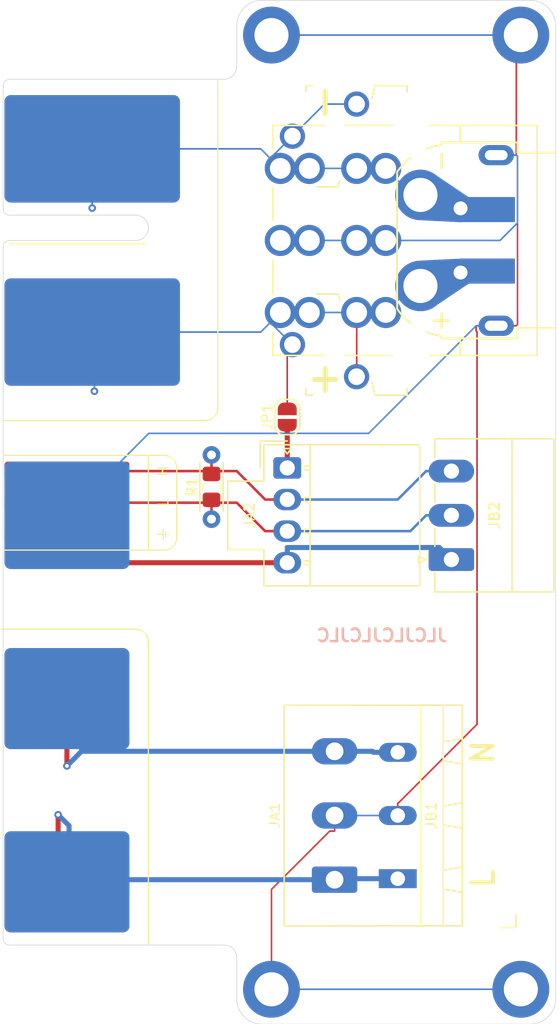
<source format=kicad_pcb>
(kicad_pcb (version 20171130) (host pcbnew "(5.1.12)-1")

  (general
    (thickness 1.6)
    (drawings 34)
    (tracks 119)
    (zones 0)
    (modules 17)
    (nets 10)
  )

  (page USLetter)
  (title_block
    (rev 1)
  )

  (layers
    (0 Front signal)
    (31 Back mixed)
    (34 B.Paste user hide)
    (35 F.Paste user hide)
    (36 B.SilkS user hide)
    (37 F.SilkS user hide)
    (38 B.Mask user hide)
    (39 F.Mask user hide)
    (40 Dwgs.User user hide)
    (42 Eco1.User user hide)
    (43 Eco2.User user hide)
    (44 Edge.Cuts user)
    (45 Margin user hide)
    (46 B.CrtYd user hide)
    (47 F.CrtYd user hide)
    (49 F.Fab user hide)
  )

  (setup
    (last_trace_width 0.127)
    (user_trace_width 0.15)
    (user_trace_width 0.2)
    (user_trace_width 0.4)
    (user_trace_width 0.6)
    (trace_clearance 0.127)
    (zone_clearance 0.2)
    (zone_45_only no)
    (trace_min 0.127)
    (via_size 0.6)
    (via_drill 0.3)
    (via_min_size 0.6)
    (via_min_drill 0.3)
    (user_via 0.6 0.3)
    (user_via 0.8 0.4)
    (user_via 0.9 0.4)
    (uvia_size 0.6858)
    (uvia_drill 0.3302)
    (uvias_allowed no)
    (uvia_min_size 0)
    (uvia_min_drill 0)
    (edge_width 0.05)
    (segment_width 0.254)
    (pcb_text_width 0.3048)
    (pcb_text_size 1.524 1.524)
    (mod_edge_width 0.1524)
    (mod_text_size 0.8128 0.8128)
    (mod_text_width 0.1524)
    (pad_size 2.2 1.7)
    (pad_drill 1.2)
    (pad_to_mask_clearance 0)
    (solder_mask_min_width 0.12)
    (aux_axis_origin 0 0)
    (visible_elements 7FFFFFFF)
    (pcbplotparams
      (layerselection 0x010fc_ffffffff)
      (usegerberextensions false)
      (usegerberattributes false)
      (usegerberadvancedattributes false)
      (creategerberjobfile false)
      (excludeedgelayer true)
      (linewidth 0.152400)
      (plotframeref false)
      (viasonmask false)
      (mode 1)
      (useauxorigin false)
      (hpglpennumber 1)
      (hpglpenspeed 20)
      (hpglpendiameter 15.000000)
      (psnegative false)
      (psa4output false)
      (plotreference true)
      (plotvalue false)
      (plotinvisibletext false)
      (padsonsilk false)
      (subtractmaskfromsilk true)
      (outputformat 1)
      (mirror false)
      (drillshape 0)
      (scaleselection 1)
      (outputdirectory "./gerbers"))
  )

  (net 0 "")
  (net 1 /CAN-)
  (net 2 /CAN+)
  (net 3 GNDD)
  (net 4 Earth)
  (net 5 NEUT)
  (net 6 LINE)
  (net 7 /VBUS+)
  (net 8 /VBUS-)
  (net 9 /VCCD)

  (net_class Default "This is the default net class."
    (clearance 0.127)
    (trace_width 0.127)
    (via_dia 0.6)
    (via_drill 0.3)
    (uvia_dia 0.6858)
    (uvia_drill 0.3302)
    (diff_pair_width 0.1524)
    (diff_pair_gap 0.254)
    (add_net /VBUS+)
    (add_net /VBUS-)
    (add_net /VCCD)
    (add_net Earth)
  )

  (net_class CANBUS ""
    (clearance 0.154)
    (trace_width 0.154)
    (via_dia 0.6)
    (via_drill 0.3)
    (uvia_dia 0.6858)
    (uvia_drill 0.3302)
    (diff_pair_width 0.1524)
    (diff_pair_gap 0.254)
    (add_net /CAN+)
    (add_net /CAN-)
  )

  (net_class PWR_AC ""
    (clearance 1)
    (trace_width 0.4)
    (via_dia 0.6)
    (via_drill 0.3)
    (uvia_dia 0.6858)
    (uvia_drill 0.3302)
    (diff_pair_width 0.1524)
    (diff_pair_gap 0.254)
    (add_net LINE)
    (add_net NEUT)
  )

  (net_class PWR_DC ""
    (clearance 0.5)
    (trace_width 0.2)
    (via_dia 0.6)
    (via_drill 0.3)
    (uvia_dia 0.6858)
    (uvia_drill 0.3302)
    (diff_pair_width 0.1524)
    (diff_pair_gap 0.254)
  )

  (net_class PWR_IO ""
    (clearance 0.154)
    (trace_width 0.4)
    (via_dia 0.6)
    (via_drill 0.3)
    (uvia_dia 0.6858)
    (uvia_drill 0.3302)
    (diff_pair_width 0.1524)
    (diff_pair_gap 0.254)
    (add_net GNDD)
  )

  (module "1 My Footprints:TE_2204529-1" (layer Front) (tedit 603C8C5D) (tstamp 601D0967)
    (at 146.25 69 270)
    (path /6021B7BB)
    (fp_text reference JA3 (at -3.4 3.15 90) (layer F.SilkS) hide
      (effects (font (size 0.8 0.8) (thickness 0.15)))
    )
    (fp_text value "DC OUT" (at 0 -0.45 270) (layer F.Fab)
      (effects (font (size 0.8 0.8) (thickness 0.15)))
    )
    (fp_line (start -9.1 -9.95) (end -7.75 -9.95) (layer F.SilkS) (width 0.127))
    (fp_line (start 7.75 -9.95) (end 9.1 -9.95) (layer F.SilkS) (width 0.127))
    (fp_line (start -9.585 5.85) (end -9.585 -10.2) (layer F.CrtYd) (width 0.05))
    (fp_line (start 9.585 5.85) (end -9.585 5.85) (layer F.CrtYd) (width 0.05))
    (fp_line (start 9.585 -10.2) (end 9.585 5.85) (layer F.CrtYd) (width 0.05))
    (fp_line (start -9.585 -10.2) (end 9.585 -10.2) (layer F.CrtYd) (width 0.05))
    (fp_line (start -9.1 4.95) (end -9.1 -9.95) (layer F.Fab) (width 0.127))
    (fp_line (start 9.1 4.95) (end -9.1 4.95) (layer F.Fab) (width 0.127))
    (fp_line (start 9.1 -9.95) (end 9.1 4.95) (layer F.Fab) (width 0.127))
    (fp_line (start -9.1 -9.95) (end 9.1 -9.95) (layer F.Fab) (width 0.127))
    (pad 1 thru_hole circle (at 5.7 4.3 90) (size 2.46 2.46) (drill 1.64) (layers *.Cu *.Mask)
      (net 7 /VBUS+))
    (pad 3 thru_hole circle (at -5.7 2 90) (size 2.46 2.46) (drill 1.64) (layers *.Cu *.Mask)
      (net 8 /VBUS-))
    (pad "" np_thru_hole circle (at -7.96 0 90) (size 2.75 2.75) (drill 2.75) (layers *.Cu *.Mask))
    (pad 2 thru_hole circle (at 0 4.3 90) (size 2.46 2.46) (drill 1.64) (layers *.Cu *.Mask)
      (net 4 Earth))
    (pad 2 thru_hole circle (at 0 2 90) (size 2.46 2.46) (drill 1.64) (layers *.Cu *.Mask)
      (net 4 Earth))
    (pad 3 thru_hole circle (at -5.7 4.3 90) (size 2.46 2.46) (drill 1.64) (layers *.Cu *.Mask)
      (net 8 /VBUS-))
    (pad 1 thru_hole circle (at 5.7 2 90) (size 2.46 2.46) (drill 1.64) (layers *.Cu *.Mask)
      (net 7 /VBUS+))
    (pad "" np_thru_hole circle (at 7.96 0 90) (size 2.75 2.75) (drill 2.75) (layers *.Cu *.Mask))
  )

  (module SnapEDA-zip:TE_2204535-1 locked (layer Front) (tedit 603C8BDE) (tstamp 6023E5EE)
    (at 152.3 69 90)
    (path /60239773)
    (fp_text reference JB3 (at 3.325 -3.15 90) (layer F.SilkS) hide
      (effects (font (size 1 1) (thickness 0.15)))
    )
    (fp_text value "DC OUT" (at 0 5 90) (layer F.Fab)
      (effects (font (size 1 1) (thickness 0.15)))
    )
    (fp_line (start 9.1 -10.95) (end 9.1 10) (layer F.Fab) (width 0.127))
    (fp_line (start 9.1 10) (end -9.1 10) (layer F.Fab) (width 0.127))
    (fp_line (start -9.1 10) (end -9.1 -10.95) (layer F.Fab) (width 0.127))
    (fp_line (start -9.1 -10.95) (end 9.1 -10.95) (layer F.Fab) (width 0.127))
    (fp_line (start 9.1 -10.95) (end 9.1 -1.5) (layer F.SilkS) (width 0.127))
    (fp_line (start 9.1 1.5) (end 9.1 10) (layer F.SilkS) (width 0.127))
    (fp_line (start 9.1 10) (end -9.1 10) (layer F.SilkS) (width 0.127))
    (fp_line (start -9.1 10) (end -9.1 1.5) (layer F.SilkS) (width 0.127))
    (fp_line (start -9.1 -1.5) (end -9.1 -10.95) (layer F.SilkS) (width 0.127))
    (fp_line (start -9.85 -11.89) (end 9.85 -11.89) (layer F.CrtYd) (width 0.05))
    (fp_line (start 9.85 -11.89) (end 9.85 10.25) (layer F.CrtYd) (width 0.05))
    (fp_line (start 9.85 10.25) (end -9.85 10.25) (layer F.CrtYd) (width 0.05))
    (fp_line (start -9.85 10.25) (end -9.85 -11.89) (layer F.CrtYd) (width 0.05))
    (fp_line (start -9.1 -10.95) (end -7.25 -10.95) (layer F.SilkS) (width 0.127))
    (fp_line (start 7.25 -10.95) (end 9.1 -10.95) (layer F.SilkS) (width 0.127))
    (fp_line (start -4.2 -10.95) (end -1.6 -10.95) (layer F.SilkS) (width 0.127))
    (fp_line (start 1.6 -10.95) (end 4.2 -10.95) (layer F.SilkS) (width 0.127))
    (pad 6 thru_hole circle (at 5.7 -10.35 90) (size 2.46 2.46) (drill 1.64) (layers *.Cu *.Mask)
      (net 8 /VBUS-))
    (pad 5 thru_hole circle (at 0 -10.35 90) (size 2.46 2.46) (drill 1.64) (layers *.Cu *.Mask)
      (net 4 Earth))
    (pad 4 thru_hole circle (at -5.7 -10.35 90) (size 2.46 2.46) (drill 1.64) (layers *.Cu *.Mask)
      (net 7 /VBUS+))
    (pad 3 thru_hole circle (at 5.7 -4.3 90) (size 2.46 2.46) (drill 1.64) (layers *.Cu *.Mask)
      (net 8 /VBUS-))
    (pad 2 thru_hole circle (at 0 -4.3 90) (size 2.46 2.46) (drill 1.64) (layers *.Cu *.Mask)
      (net 4 Earth))
    (pad 1 thru_hole circle (at -5.7 -4.3 90) (size 2.46 2.46) (drill 1.64) (layers *.Cu *.Mask)
      (net 7 /VBUS+))
    (pad "" np_thru_hole circle (at 7.96 0 90) (size 2.75 2.75) (drill 2.75) (layers *.Cu *.Mask))
    (pad "" np_thru_hole circle (at -7.96 0 90) (size 2.75 2.75) (drill 2.75) (layers *.Cu *.Mask))
    (pad 6 thru_hole circle (at 5.7 -8.05 90) (size 2.46 2.46) (drill 1.64) (layers *.Cu *.Mask)
      (net 8 /VBUS-))
    (pad 3 thru_hole circle (at 5.7 -2 90) (size 2.46 2.46) (drill 1.64) (layers *.Cu *.Mask)
      (net 8 /VBUS-))
    (pad 5 thru_hole circle (at 0 -8.05 90) (size 2.46 2.46) (drill 1.64) (layers *.Cu *.Mask)
      (net 4 Earth))
    (pad 2 thru_hole circle (at 0 -2 90) (size 2.46 2.46) (drill 1.64) (layers *.Cu *.Mask)
      (net 4 Earth))
    (pad 4 thru_hole circle (at -5.7 -8.05 90) (size 2.46 2.46) (drill 1.64) (layers *.Cu *.Mask)
      (net 7 /VBUS+))
    (pad 1 thru_hole circle (at -5.7 -2 90) (size 2.46 2.46) (drill 1.64) (layers *.Cu *.Mask)
      (net 7 /VBUS+))
    (model ${KIPRJMOD}/shapes3D/TE_2204535-1.stp
      (offset (xyz 0 -9.949999999999999 10.7))
      (scale (xyz 1 1 1))
      (rotate (xyz -90 0 0))
    )
  )

  (module "1 My Footprints:Connector_Keystone_4912_Overlaid" locked (layer Front) (tedit 603C8BCB) (tstamp 603D0EF5)
    (at 145.45 60.75 90)
    (path /603CC6BA)
    (fp_text reference T2 (at -3.175 -2.54 270) (layer F.Fab)
      (effects (font (size 1 1) (thickness 0.15)))
    )
    (fp_text value "Keystone 4912" (at 0 5.715 90) (layer F.Fab)
      (effects (font (size 0.6 0.6) (thickness 0.05)))
    )
    (fp_line (start 4.0005 4.0005) (end 2.9845 3.7465) (layer F.SilkS) (width 0.12))
    (fp_line (start -4.0005 1.0795) (end -3.4925 1.2065) (layer F.SilkS) (width 0.12))
    (fp_line (start -4.0005 1.0795) (end -4.0005 -0.635) (layer F.SilkS) (width 0.12))
    (fp_line (start -4.0005 6.5405) (end -3.175 6.5405) (layer F.Fab) (width 0.12))
    (fp_line (start 4.0005 6.5405) (end 3.175 6.5405) (layer F.Fab) (width 0.12))
    (fp_line (start 3.556 -1.4605) (end 4.0005 -1.4605) (layer F.SilkS) (width 0.12))
    (fp_line (start 4.0005 -0.9525) (end 4.0005 -1.4605) (layer F.SilkS) (width 0.12))
    (fp_line (start -4.0005 -1.4605) (end -4.0005 1.0795) (layer F.Fab) (width 0.12))
    (fp_line (start 4.0005 6.5405) (end 4.0005 4.0005) (layer F.Fab) (width 0.12))
    (fp_line (start -4.0005 6.5405) (end -4.0005 4.0005) (layer F.Fab) (width 0.12))
    (fp_line (start -2.54 10.795) (end -3.175 10.4775) (layer F.Fab) (width 0.12))
    (fp_line (start 2.54 10.795) (end -2.54 10.795) (layer F.Fab) (width 0.12))
    (fp_line (start 3.175 10.4775) (end 2.54 10.795) (layer F.Fab) (width 0.12))
    (fp_line (start -3.175 6.5405) (end -3.175 10.4775) (layer F.Fab) (width 0.12))
    (fp_line (start 3.175 6.5405) (end 3.175 10.4775) (layer F.Fab) (width 0.12))
    (fp_line (start 4.0005 6.5405) (end 3.4925 6.5405) (layer F.SilkS) (width 0.12))
    (fp_line (start 4.0005 4.0005) (end 2.7305 3.683) (layer F.Fab) (width 0.12))
    (fp_line (start 4.0005 6.5405) (end 4.0005 4.0005) (layer F.SilkS) (width 0.12))
    (fp_line (start 4.0005 -1.4605) (end 4.0005 1.0795) (layer F.Fab) (width 0.12))
    (fp_line (start 4.0005 1.0795) (end 2.7305 1.397) (layer F.Fab) (width 0.12))
    (fp_line (start -4.0005 4.0005) (end -2.7305 3.683) (layer F.Fab) (width 0.12))
    (fp_line (start -4.0005 1.0795) (end -2.7305 1.397) (layer F.Fab) (width 0.12))
    (fp_line (start 4.0005 -1.4605) (end 0.5715 -1.4605) (layer F.Fab) (width 0.12))
    (fp_line (start -4.0005 -1.4605) (end -0.5715 -1.4605) (layer F.Fab) (width 0.12))
    (pad 1 thru_hole circle (at 2.54 2.54 90) (size 2 2) (drill 1.32) (layers *.Cu *.Mask)
      (net 8 /VBUS-))
    (pad 1 thru_hole circle (at 0 -2.54 90) (size 2 2) (drill 1.32) (layers *.Cu *.Mask)
      (net 8 /VBUS-))
  )

  (module "1 My Footprints:Connector_Keystone_4912_Overlaid" locked (layer Front) (tedit 603C8B9E) (tstamp 603D0ED1)
    (at 145.45 77.24 90)
    (path /603CA6F8)
    (fp_text reference T1 (at -3.175 -2.54 270) (layer F.Fab)
      (effects (font (size 1 1) (thickness 0.15)))
    )
    (fp_text value "Keystone 4912" (at 0 5.715 90) (layer F.Fab)
      (effects (font (size 1 1) (thickness 0.15)))
    )
    (fp_line (start -4.0005 4.0005) (end -4.0005 6.5405) (layer F.SilkS) (width 0.12))
    (fp_line (start -2.9845 3.7465) (end -4.0005 4.0005) (layer F.SilkS) (width 0.12))
    (fp_line (start 4.0005 1.0795) (end 4.0005 -0.635) (layer F.SilkS) (width 0.12))
    (fp_line (start 3.4925 1.2065) (end 4.0005 1.0795) (layer F.SilkS) (width 0.12))
    (fp_line (start -4.0005 6.5405) (end -3.175 6.5405) (layer F.Fab) (width 0.12))
    (fp_line (start 4.0005 6.5405) (end 3.175 6.5405) (layer F.Fab) (width 0.12))
    (fp_line (start -3.4925 -1.4605) (end -4.0005 -1.4605) (layer F.SilkS) (width 0.12))
    (fp_line (start -4.0005 -1.4605) (end -4.0005 1.0795) (layer F.Fab) (width 0.12))
    (fp_line (start 4.0005 6.5405) (end 4.0005 4.0005) (layer F.Fab) (width 0.12))
    (fp_line (start -4.0005 6.5405) (end -4.0005 4.0005) (layer F.Fab) (width 0.12))
    (fp_line (start -2.54 10.795) (end -3.175 10.4775) (layer F.Fab) (width 0.12))
    (fp_line (start 2.54 10.795) (end -2.54 10.795) (layer F.Fab) (width 0.12))
    (fp_line (start 3.175 10.4775) (end 2.54 10.795) (layer F.Fab) (width 0.12))
    (fp_line (start -3.175 6.5405) (end -3.175 10.4775) (layer F.Fab) (width 0.12))
    (fp_line (start 3.175 6.5405) (end 3.175 10.4775) (layer F.Fab) (width 0.12))
    (fp_line (start -4.0005 6.5405) (end -3.4925 6.5405) (layer F.SilkS) (width 0.12))
    (fp_line (start 4.0005 4.0005) (end 2.7305 3.683) (layer F.Fab) (width 0.12))
    (fp_line (start 4.0005 -1.4605) (end 4.0005 1.0795) (layer F.Fab) (width 0.12))
    (fp_line (start 4.0005 1.0795) (end 2.7305 1.397) (layer F.Fab) (width 0.12))
    (fp_line (start -4.0005 4.0005) (end -2.7305 3.683) (layer F.Fab) (width 0.12))
    (fp_line (start -4.0005 1.0795) (end -2.7305 1.397) (layer F.Fab) (width 0.12))
    (fp_line (start 4.0005 -1.4605) (end 0.5715 -1.4605) (layer F.Fab) (width 0.12))
    (fp_line (start -4.0005 -1.4605) (end -4.0005 -0.9525) (layer F.SilkS) (width 0.12))
    (fp_line (start -4.0005 -1.4605) (end -0.5715 -1.4605) (layer F.Fab) (width 0.12))
    (pad 1 thru_hole circle (at -2.54 2.54 90) (size 2 2) (drill 1.32) (layers *.Cu *.Mask)
      (net 7 /VBUS+))
    (pad 1 thru_hole circle (at 0 -2.54 90) (size 2 2) (drill 1.32) (layers *.Cu *.Mask)
      (net 7 /VBUS+))
  )

  (module Resistor_THT:R_Axial_DIN0204_L3.6mm_D1.6mm_P5.08mm_Horizontal (layer Front) (tedit 5AE5139B) (tstamp 603A247D)
    (at 136.5 91.05 90)
    (descr "Resistor, Axial_DIN0204 series, Axial, Horizontal, pin pitch=5.08mm, 0.167W, length*diameter=3.6*1.6mm^2, http://cdn-reichelt.de/documents/datenblatt/B400/1_4W%23YAG.pdf")
    (tags "Resistor Axial_DIN0204 series Axial Horizontal pin pitch 5.08mm 0.167W length 3.6mm diameter 1.6mm")
    (path /603A2D6D)
    (fp_text reference R2 (at 2.54 -1.92 90) (layer F.SilkS) hide
      (effects (font (size 1 1) (thickness 0.15)))
    )
    (fp_text value 120R (at 2.54 1.92 90) (layer F.Fab)
      (effects (font (size 1 1) (thickness 0.15)))
    )
    (fp_line (start 0.74 -0.8) (end 0.74 0.8) (layer F.Fab) (width 0.1))
    (fp_line (start 0.74 0.8) (end 4.34 0.8) (layer F.Fab) (width 0.1))
    (fp_line (start 4.34 0.8) (end 4.34 -0.8) (layer F.Fab) (width 0.1))
    (fp_line (start 4.34 -0.8) (end 0.74 -0.8) (layer F.Fab) (width 0.1))
    (fp_line (start 0 0) (end 0.74 0) (layer F.Fab) (width 0.1))
    (fp_line (start 5.08 0) (end 4.34 0) (layer F.Fab) (width 0.1))
    (fp_line (start 0.62 -0.92) (end 4.46 -0.92) (layer F.SilkS) (width 0.12))
    (fp_line (start 0.62 0.92) (end 4.46 0.92) (layer F.SilkS) (width 0.12))
    (fp_line (start -0.95 -1.05) (end -0.95 1.05) (layer F.CrtYd) (width 0.05))
    (fp_line (start -0.95 1.05) (end 6.03 1.05) (layer F.CrtYd) (width 0.05))
    (fp_line (start 6.03 1.05) (end 6.03 -1.05) (layer F.CrtYd) (width 0.05))
    (fp_line (start 6.03 -1.05) (end -0.95 -1.05) (layer F.CrtYd) (width 0.05))
    (fp_text user %R (at 2.54 0 90) (layer F.Fab)
      (effects (font (size 0.72 0.72) (thickness 0.108)))
    )
    (pad 2 thru_hole oval (at 5.08 0 90) (size 1.4 1.4) (drill 0.7) (layers *.Cu *.Mask)
      (net 2 /CAN+))
    (pad 1 thru_hole circle (at 0 0 90) (size 1.4 1.4) (drill 0.7) (layers *.Cu *.Mask)
      (net 1 /CAN-))
    (model ${KIPRJMOD}/shapes3D/R_Axial_DIN0204_L3.6mm_D1.6mm_P5.08mm_Horizontal.wrl
      (at (xyz 0 0 0))
      (scale (xyz 1 1 1))
      (rotate (xyz 0 0 0))
    )
  )

  (module EltekFlatpack2:CON_Edge_Flatpack2_AllContacts locked (layer Front) (tedit 6023AC13) (tstamp 600F9B37)
    (at 120 56.25)
    (path /449C7C68)
    (fp_text reference PC1 (at 6 13.75) (layer F.SilkS) hide
      (effects (font (size 0.8 0.8) (thickness 0.12)))
    )
    (fp_text value Flatpack2 (at 6 14.75) (layer F.Fab)
      (effects (font (size 0.8 0.8) (thickness 0.12)))
    )
    (fp_line (start 11.25 13) (end 0.5 13) (layer F.SilkS) (width 0.12))
    (fp_line (start 12.875 36.2) (end 12.875 35.8) (layer F.SilkS) (width 0.1))
    (fp_line (start 13.075 36.025) (end 13.075 35.975) (layer F.SilkS) (width 0.1))
    (fp_line (start 12.675 36.4) (end 12.675 35.6) (layer F.SilkS) (width 0.1))
    (fp_line (start 12.2 36) (end 12.675 36) (layer F.SilkS) (width 0.1))
    (fp_line (start 11.5 37.25) (end 11.5 29.75) (layer F.SilkS) (width 0.1))
    (fp_line (start -0.15 43.5) (end 10.5 43.5) (layer F.SilkS) (width 0.1))
    (fp_line (start 16.5 -1.5) (end 0 -1.5) (layer F.Fab) (width 0.05))
    (fp_line (start 11 26.5) (end 11 70) (layer F.Fab) (width 0.05))
    (fp_line (start 11 26.5) (end 16.5 26.5) (layer F.Fab) (width 0.05))
    (fp_line (start 16.5 -1.5) (end 16.5 26.5) (layer F.Fab) (width 0.05))
    (fp_line (start 0 70) (end 11 70) (layer F.Fab) (width 0.05))
    (fp_line (start 11.5 68.4) (end 11.5 44.5) (layer F.SilkS) (width 0.1))
    (fp_line (start 0.5 68.5) (end 17.5 68.5) (layer Edge.Cuts) (width 0.05))
    (fp_line (start 0.5 0) (end 17.5 0) (layer Edge.Cuts) (width 0.05))
    (fp_line (start 0.5 12.75) (end 10.5 12.75) (layer Edge.Cuts) (width 0.05))
    (fp_line (start 10.5 10.75) (end 0.5 10.75) (layer Edge.Cuts) (width 0.05))
    (fp_line (start 0 10.25) (end 0 0.5) (layer Edge.Cuts) (width 0.05))
    (fp_line (start 0 13.25) (end 0 68) (layer Edge.Cuts) (width 0.05))
    (fp_line (start 16 27) (end 0.1 27) (layer F.SilkS) (width 0.1))
    (fp_line (start 17 26) (end 17 0.1) (layer F.SilkS) (width 0.1))
    (fp_line (start 0.1 29.75) (end 12.75 29.75) (layer F.SilkS) (width 0.1))
    (fp_line (start 0.5 0) (end 17.5 0) (layer F.CrtYd) (width 0.05))
    (fp_line (start 0.5 68.5) (end 12 68.5) (layer F.CrtYd) (width 0.05))
    (fp_line (start 0.00492 15.5078) (end 0 0.5) (layer F.CrtYd) (width 0.05))
    (fp_line (start 0.00492 15.5078) (end 0 68) (layer F.CrtYd) (width 0.05))
    (fp_line (start 12 68.5) (end 12 27.5) (layer F.CrtYd) (width 0.05))
    (fp_line (start 17.5 27.5) (end 12 27.5) (layer F.CrtYd) (width 0.05))
    (fp_line (start 17.5 0) (end 17.5 27.5) (layer F.CrtYd) (width 0.05))
    (fp_line (start 0.1 37.25) (end 12.75 37.25) (layer F.SilkS) (width 0.1))
    (fp_line (start 13.75 30.75) (end 13.75 36.25) (layer F.SilkS) (width 0.1))
    (fp_text user L (at 12.675 33.5 90 unlocked) (layer F.SilkS)
      (effects (font (size 0.8 0.8) (thickness 0.12)))
    )
    (fp_text user H (at 12.675 31 90 unlocked) (layer F.SilkS)
      (effects (font (size 0.8 0.8) (thickness 0.12)))
    )
    (fp_arc (start 10.5 11.75) (end 10.5 12.75) (angle -180) (layer Edge.Cuts) (width 0.05))
    (fp_arc (start 0.5 13.25) (end 0.5 12.75) (angle -90) (layer Edge.Cuts) (width 0.05))
    (fp_arc (start 0.5 0.5) (end 0.5 0) (angle -90) (layer Edge.Cuts) (width 0.05))
    (fp_arc (start 0.5 10.25) (end 0 10.25) (angle -90) (layer Edge.Cuts) (width 0.05))
    (fp_arc (start 0.5 68) (end 0 68) (angle -90) (layer Edge.Cuts) (width 0.05))
    (fp_arc (start 0.5 68) (end 0 68) (angle -90) (layer F.CrtYd) (width 0.05))
    (fp_arc (start 0.5 0.5) (end 0.5 0) (angle -90) (layer F.CrtYd) (width 0.05))
    (fp_arc (start 16 26) (end 16 27) (angle -90) (layer F.SilkS) (width 0.1))
    (fp_arc (start 12.75 30.75) (end 13.75 30.75) (angle -90) (layer F.SilkS) (width 0.1))
    (fp_arc (start 12.75 36.25) (end 12.75 37.25) (angle -90) (layer F.SilkS) (width 0.1))
    (fp_arc (start 10.5 44.5) (end 11.5 44.5) (angle -90) (layer F.SilkS) (width 0.1))
    (pad CAN-L smd roundrect (at 5.05 33.5) (size 9.9 1.5) (layers Front F.Mask) (roundrect_rratio 0.167)
      (net 1 /CAN-) (solder_mask_margin 0.1016))
    (pad CAN-H smd roundrect (at 5.05 31) (size 9.9 1.5) (layers Front F.Mask) (roundrect_rratio 0.167)
      (net 2 /CAN+) (solder_mask_margin 0.1016))
    (pad DC-NEG smd roundrect (at 7.05 5.5) (size 13.9 8.5) (layers Front F.Mask) (roundrect_rratio 0.059)
      (net 8 /VBUS-) (solder_mask_margin 0.1016))
    (pad AC-E smd roundrect (at 5.05 34.5) (size 9.9 8.5) (layers Back B.Mask) (roundrect_rratio 0.059)
      (net 4 Earth) (solder_mask_margin 0.1016))
    (pad DC-POS smd roundrect (at 7.05 20) (size 13.9 8.5) (layers Front F.Mask) (roundrect_rratio 0.059)
      (net 7 /VBUS+) (solder_mask_margin 0.1016))
    (pad GNDD smd roundrect (at 5.05 36) (size 9.9 1.5) (layers Front F.Mask) (roundrect_rratio 0.167)
      (net 3 GNDD) (solder_mask_margin 0.1016))
    (pad AC-L smd roundrect (at 5.05 63.5) (size 9.9 8) (layers Front F.Mask) (roundrect_rratio 0.062)
      (net 6 LINE) (solder_mask_margin 0.1016))
    (pad AC-N smd roundrect (at 5.05 49) (size 9.9 8) (layers Front F.Mask) (roundrect_rratio 0.062)
      (net 5 NEUT) (solder_mask_margin 0.1016))
    (pad AC-L smd roundrect (at 5.05 63.5) (size 9.9 8) (layers Back B.Mask) (roundrect_rratio 0.062)
      (net 6 LINE) (solder_mask_margin 0.1016))
    (pad AC-N smd roundrect (at 5.05 49) (size 9.9 8) (layers Back B.Mask) (roundrect_rratio 0.062)
      (net 5 NEUT) (solder_mask_margin 0.1016))
    (pad DC-NEG smd roundrect (at 5.05 5.5) (size 9.9 8.5) (layers Back B.Mask) (roundrect_rratio 0.059)
      (net 8 /VBUS-) (solder_mask_margin 0.1016))
    (pad DC-POS smd roundrect (at 5.05 20) (size 9.9 8.5) (layers Back B.Mask) (roundrect_rratio 0.059)
      (net 7 /VBUS+) (solder_mask_margin 0.1016))
    (pad DC-NEG smd roundrect (at 11.5 5.5) (size 5 8.5) (layers Back) (roundrect_rratio 0.1)
      (net 8 /VBUS-) (solder_mask_margin 0.1016))
    (pad DC-POS smd roundrect (at 11.5 20) (size 5 8.5) (layers Back) (roundrect_rratio 0.1)
      (net 7 /VBUS+) (solder_mask_margin 0.1016))
  )

  (module "1 My Footprints:Molex_Nano-Fit_105309-xx04_1x04_P2.50mm_Combi_3D-V" (layer Front) (tedit 6023867E) (tstamp 601DBC79)
    (at 142.5 87)
    (descr "Molex Nano-Fit Power Connectors, 105309-xx04, 4 Pins per row (http://www.molex.com/pdm_docs/sd/1053091203_sd.pdf), generated with kicad-footprint-generator")
    (tags "connector Molex Nano-Fit side entry")
    (path /600E8541)
    (fp_text reference JA2 (at -3 3.75 90) (layer F.SilkS)
      (effects (font (size 0.8 0.8) (thickness 0.12)))
    )
    (fp_text value CTRL (at 0 10.42) (layer F.Fab)
      (effects (font (size 1 1) (thickness 0.15)))
    )
    (fp_line (start 1.74 3.75) (end 1.74 -1.72) (layer F.Fab) (width 0.1))
    (fp_line (start 1.74 -1.72) (end -1.74 -1.72) (layer F.Fab) (width 0.1))
    (fp_line (start -1.74 -1.72) (end -1.74 1.15) (layer F.Fab) (width 0.1))
    (fp_line (start -1.74 1.15) (end -4.6 1.15) (layer F.Fab) (width 0.1))
    (fp_line (start -4.6 1.15) (end -4.6 3.75) (layer F.Fab) (width 0.1))
    (fp_line (start 1.74 3.75) (end 1.74 9.22) (layer F.Fab) (width 0.1))
    (fp_line (start 1.74 9.22) (end -1.74 9.22) (layer F.Fab) (width 0.1))
    (fp_line (start -1.74 9.22) (end -1.74 6.35) (layer F.Fab) (width 0.1))
    (fp_line (start -1.74 6.35) (end -4.6 6.35) (layer F.Fab) (width 0.1))
    (fp_line (start -4.6 6.35) (end -4.6 3.75) (layer F.Fab) (width 0.1))
    (fp_line (start 1.85 -1.83) (end -1.85 -1.83) (layer F.SilkS) (width 0.12))
    (fp_line (start -1.85 -1.83) (end -1.85 1.04) (layer F.SilkS) (width 0.12))
    (fp_line (start -1.85 1.04) (end -4.71 1.04) (layer F.SilkS) (width 0.12))
    (fp_line (start -4.71 1.04) (end -4.71 3.75) (layer F.SilkS) (width 0.12))
    (fp_line (start 1.85 9.33) (end -1.85 9.33) (layer F.SilkS) (width 0.12))
    (fp_line (start -1.85 9.33) (end -1.85 6.46) (layer F.SilkS) (width 0.12))
    (fp_line (start -1.85 6.46) (end -4.71 6.46) (layer F.SilkS) (width 0.12))
    (fp_line (start -4.71 6.46) (end -4.71 3.75) (layer F.SilkS) (width 0.12))
    (fp_line (start -2.24 -2.22) (end -2.24 0.65) (layer F.CrtYd) (width 0.05))
    (fp_line (start -2.24 0.65) (end -5.1 0.65) (layer F.CrtYd) (width 0.05))
    (fp_line (start -5.1 0.65) (end -5.1 3.75) (layer F.CrtYd) (width 0.05))
    (fp_line (start -2.24 9.72) (end -2.24 6.85) (layer F.CrtYd) (width 0.05))
    (fp_line (start -2.24 6.85) (end -5.1 6.85) (layer F.CrtYd) (width 0.05))
    (fp_line (start -5.1 6.85) (end -5.1 3.75) (layer F.CrtYd) (width 0.05))
    (fp_line (start -4.1 1.65) (end -4.1 5.85) (layer F.Fab) (width 0.1))
    (fp_line (start -4.1 5.85) (end -2.02 5.85) (layer F.Fab) (width 0.1))
    (fp_line (start -2.02 5.85) (end -2.02 1.65) (layer F.Fab) (width 0.1))
    (fp_line (start -2.02 1.65) (end -4.1 1.65) (layer F.Fab) (width 0.1))
    (fp_line (start 0 -2.13) (end -2.15 -2.13) (layer F.SilkS) (width 0.12))
    (fp_line (start -2.15 -2.13) (end -2.15 0) (layer F.SilkS) (width 0.12))
    (fp_line (start -0.5 -1.72) (end 0 -1.012893) (layer F.Fab) (width 0.1))
    (fp_line (start 0 -1.012893) (end 0.5 -1.72) (layer F.Fab) (width 0.1))
    (fp_line (start 10.88 9.72) (end 10.88 -2.22) (layer F.CrtYd) (width 0.05))
    (fp_line (start 1.81 7.35) (end 1.36 7.35) (layer F.SilkS) (width 0.12))
    (fp_line (start 1.81 2.65) (end 1.81 2.35) (layer F.SilkS) (width 0.12))
    (fp_line (start 1.36 0.15) (end 1.81 0.15) (layer F.SilkS) (width 0.12))
    (fp_line (start 10.49 9.33) (end 10.49 -1.83) (layer F.SilkS) (width 0.12))
    (fp_line (start -0.3 -1.534264) (end 0 -1.11) (layer F.SilkS) (width 0.12))
    (fp_line (start 1.81 9.33) (end 10.49 9.33) (layer F.SilkS) (width 0.12))
    (fp_line (start 10.38 9.22) (end 10.38 -1.72) (layer F.Fab) (width 0.1))
    (fp_line (start 0.3 -1.534264) (end -0.3 -1.534264) (layer F.Fab) (width 0.1))
    (fp_line (start 1.74 9.22) (end 10.38 9.22) (layer F.Fab) (width 0.1))
    (fp_line (start 1.36 4.85) (end 1.36 5.15) (layer F.SilkS) (width 0.12))
    (fp_line (start 1.81 4.85) (end 1.36 4.85) (layer F.SilkS) (width 0.12))
    (fp_line (start 10.88 -2.22) (end -2.24 -2.22) (layer F.CrtYd) (width 0.05))
    (fp_line (start 0 -1.11) (end 0.3 -1.534264) (layer F.Fab) (width 0.1))
    (fp_line (start 1.81 -0.15) (end 1.36 -0.15) (layer F.SilkS) (width 0.12))
    (fp_line (start 1.36 -0.15) (end 1.36 0.15) (layer F.SilkS) (width 0.12))
    (fp_line (start 1.36 5.15) (end 1.81 5.15) (layer F.SilkS) (width 0.12))
    (fp_line (start 1.81 5.15) (end 1.81 4.85) (layer F.SilkS) (width 0.12))
    (fp_line (start 1.81 7.65) (end 1.81 7.35) (layer F.SilkS) (width 0.12))
    (fp_line (start 0.3 -1.534264) (end -0.3 -1.534264) (layer F.SilkS) (width 0.12))
    (fp_line (start 1.36 7.65) (end 1.81 7.65) (layer F.SilkS) (width 0.12))
    (fp_line (start 10.49 -1.83) (end 1.81 -1.83) (layer F.SilkS) (width 0.12))
    (fp_line (start 10.38 -1.72) (end 1.74 -1.72) (layer F.Fab) (width 0.1))
    (fp_line (start 1.81 0.15) (end 1.81 -0.15) (layer F.SilkS) (width 0.12))
    (fp_line (start -2.24 9.72) (end 10.88 9.72) (layer F.CrtYd) (width 0.05))
    (fp_line (start 0 -1.11) (end 0.3 -1.534264) (layer F.SilkS) (width 0.12))
    (fp_line (start 1.36 2.65) (end 1.81 2.65) (layer F.SilkS) (width 0.12))
    (fp_line (start 1.36 7.35) (end 1.36 7.65) (layer F.SilkS) (width 0.12))
    (fp_line (start 1.36 2.35) (end 1.36 2.65) (layer F.SilkS) (width 0.12))
    (fp_line (start -0.3 -1.534264) (end 0 -1.11) (layer F.Fab) (width 0.1))
    (fp_line (start 1.81 -1.83) (end 1.81 9.33) (layer F.SilkS) (width 0.12))
    (fp_line (start 1.81 2.35) (end 1.36 2.35) (layer F.SilkS) (width 0.12))
    (pad "" np_thru_hole circle (at 7.18 7.5) (size 1.7 1.7) (drill 1.7) (layers *.Cu *.Mask))
    (pad "" np_thru_hole circle (at 7.18 0) (size 1.7 1.7) (drill 1.7) (layers *.Cu *.Mask))
    (pad "" np_thru_hole circle (at -1.34 3.75) (size 1.3 1.3) (drill 1.3) (layers *.Cu *.Mask))
    (pad 4 thru_hole oval (at 0 7.5) (size 2.2 1.7) (drill 1.2) (layers *.Cu *.Mask)
      (net 3 GNDD))
    (pad 3 thru_hole oval (at 0 5) (size 2.2 1.7) (drill 1.2) (layers *.Cu *.Mask)
      (net 1 /CAN-))
    (pad 2 thru_hole oval (at 0 2.5) (size 2.2 1.7) (drill 1.2) (layers *.Cu *.Mask)
      (net 2 /CAN+))
    (pad 1 thru_hole roundrect (at 0 0) (size 2.2 1.7) (drill 1.2) (layers *.Cu *.Mask) (roundrect_rratio 0.147059)
      (net 9 /VCCD))
    (model ${KIPRJMOD}/shapes3D/Molex_Nano-Fit_105309-xx04_1x04_P2.50mm_Vertical.step
      (offset (xyz 0 -3.75 4.85))
      (scale (xyz 1 1 1))
      (rotate (xyz 0 0 -90))
    )
    (model ${KIPRJMOD}/shapes3D/Molex_Nano-Fit_105313-xx04_1x04_P2.50mm_Horizontal.step
      (offset (xyz 6.15 -3.75 2))
      (scale (xyz 1 1 1))
      (rotate (xyz -90 0 -90))
    )
  )

  (module EltekFlatpack2:Amass_XT60PW-M_Kombifootprint (layer Front) (tedit 60237AFA) (tstamp 6023EC94)
    (at 153.05 69 270)
    (path /6023C33E)
    (fp_text reference JC3 (at 0 0.75 90) (layer F.SilkS) hide
      (effects (font (size 0.8 0.8) (thickness 0.15)))
    )
    (fp_text value "DC OUT" (at 0 1 90) (layer F.Fab) hide
      (effects (font (size 0.8 0.8) (thickness 0.15)))
    )
    (fp_line (start 6.35 -1.0922) (end 6.35 -2.2352) (layer F.SilkS) (width 0.2))
    (fp_line (start 5.7658 -1.6764) (end 6.9088 -1.6764) (layer F.SilkS) (width 0.2))
    (fp_line (start -6.858 -1.6764) (end -5.715 -1.6764) (layer F.SilkS) (width 0.2))
    (fp_line (start -6.941195 -10.6) (end -6.941195 -7.682437) (layer F.SilkS) (width 0.154))
    (fp_line (start -6.941195 -7.682437) (end -7.756897 -7.682437) (layer F.SilkS) (width 0.154))
    (fp_line (start -7.756897 -7.682437) (end -7.756897 -1.661935) (layer F.SilkS) (width 0.154))
    (fp_line (start -7.756897 -1.661935) (end -7.543269 -1.661935) (layer F.SilkS) (width 0.154))
    (fp_line (start -5.413054 1.85) (end 0 1.85) (layer F.SilkS) (width 0.154))
    (fp_line (start 6.95 -10.6) (end 6.941195 -7.682437) (layer F.SilkS) (width 0.154))
    (fp_line (start 6.941195 -7.682437) (end 7.756897 -7.682437) (layer F.SilkS) (width 0.154))
    (fp_line (start 7.756897 -7.682437) (end 7.756897 -1.661935) (layer F.SilkS) (width 0.154))
    (fp_line (start 7.756897 -1.661935) (end 7.543269 -1.661935) (layer F.SilkS) (width 0.154))
    (fp_line (start 5.413054 1.85) (end 0 1.85) (layer F.SilkS) (width 0.154))
    (fp_arc (start 2.618855 -2.246886) (end 5.413054 1.85) (angle -48.9) (layer F.SilkS) (width 0.154))
    (fp_arc (start -2.618855 -2.246886) (end -7.543269 -1.661935) (angle -48.9) (layer F.SilkS) (width 0.154))
    (pad MP thru_hole oval (at 6.75 -6 270) (size 1.6 2.8) (drill oval 0.8 1.8) (layers *.Cu *.Mask)
      (net 4 Earth))
    (pad MP thru_hole oval (at -6.75 -6 270) (size 1.6 2.8) (drill oval 0.8 1.8) (layers *.Cu *.Mask)
      (net 4 Earth))
    (pad 1 thru_hole circle (at -2.54 -3.175 270) (size 2.2 2.2) (drill 1.1) (layers *.Cu *.Mask)
      (net 8 /VBUS-) (zone_connect 2))
    (pad 2 thru_hole circle (at 2.54 -3.175 270) (size 2.2 2.2) (drill 1.1) (layers *.Cu *.Mask)
      (net 7 /VBUS+) (zone_connect 2))
    (pad 1 thru_hole custom (at -3.6 0 270) (size 4 4) (drill 2.7) (layers *.Cu *.Mask)
      (net 8 /VBUS-) (zone_connect 2)
      (options (clearance outline) (anchor circle))
      (primitives
        (gr_poly (pts
           (xy -1.861 0) (xy 1.949 0) (xy 2.10394 -3.14706) (xy 1.695 -3.937) (xy 1.441 -4.064)
           (xy 0.1075 -3.6195) (xy -1.734 -0.889)) (width 0.1))
        (gr_poly (pts
           (xy 0.21786 -3.175) (xy 0.21786 -7.4295) (xy 2.1 -7.4295) (xy 2.1 -3.175)) (width 0.1))
      ))
    (pad 2 thru_hole custom (at 3.6 0 270) (size 4 4) (drill 2.7) (layers *.Cu *.Mask)
      (net 7 /VBUS+) (zone_connect 2)
      (options (clearance outline) (anchor circle))
      (primitives
        (gr_poly (pts
           (xy -1.949 0.127) (xy -2.10902 -3.1877) (xy -1.5045 -4.064) (xy -0.552 -4.064) (xy -0.19894 -3.75158)
           (xy 1.44698 -1.30556)) (width 0.1))
        (gr_poly (pts
           (xy -2.11664 -3.175) (xy -2.11664 -7.4295) (xy -0.2345 -7.4295) (xy -0.2345 -3.175)) (width 0.1))
      ))
  )

  (module "1 My Footprints:1605540000" (layer Front) (tedit 602379B0) (tstamp 601CE8DD)
    (at 146.25 119.58 90)
    (path /C3E76336)
    (fp_text reference JA1 (at 5.08 -4.75 90) (layer F.SilkS)
      (effects (font (size 0.8 0.8) (thickness 0.12)))
    )
    (fp_text value AC_IN (at 5.05 4.85 90) (layer F.Fab)
      (effects (font (size 0.6 0.6) (thickness 0.1)))
    )
    (fp_line (start 10.91 8.61) (end 9.41 8.61) (layer F.SilkS) (width 0.12))
    (fp_line (start -0.75 8.61) (end -1 10.11) (layer F.SilkS) (width 0.12))
    (fp_line (start -1 10.11) (end 1 10.11) (layer F.SilkS) (width 0.12))
    (fp_line (start 13.81 6.81) (end 13.81 8.61) (layer F.SilkS) (width 0.12))
    (fp_line (start -3.65 10.11) (end 13.81 10.11) (layer F.SilkS) (width 0.12))
    (fp_line (start 9.41 8.61) (end 9.16 10.11) (layer F.SilkS) (width 0.12))
    (fp_line (start -3.54 10) (end 13.7 10) (layer F.Fab) (width 0.1))
    (fp_line (start 13.81 8.61) (end -3.65 8.61) (layer F.SilkS) (width 0.12))
    (fp_line (start 4.33 8.61) (end 4.08 10.11) (layer F.SilkS) (width 0.12))
    (fp_line (start 11.16 10.11) (end 10.91 8.61) (layer F.SilkS) (width 0.12))
    (fp_line (start 5.83 8.61) (end 4.33 8.61) (layer F.SilkS) (width 0.12))
    (fp_line (start 13.81 10.11) (end 13.8 -4) (layer F.SilkS) (width 0.12))
    (fp_line (start -3.66 -4) (end -3.65 10.11) (layer F.SilkS) (width 0.12))
    (fp_line (start 13.7 10) (end 13.7 -2) (layer F.Fab) (width 0.1))
    (fp_line (start 4.08 10.11) (end 6.08 10.11) (layer F.SilkS) (width 0.12))
    (fp_line (start -3.65 8.61) (end -3.65 6.81) (layer F.SilkS) (width 0.12))
    (fp_line (start 9.16 10.11) (end 11.16 10.11) (layer F.SilkS) (width 0.12))
    (fp_line (start 1 10.11) (end 0.75 8.61) (layer F.SilkS) (width 0.12))
    (fp_line (start 6.08 10.11) (end 5.83 8.61) (layer F.SilkS) (width 0.12))
    (fp_line (start 13.8 -4) (end -3.66 -4) (layer F.SilkS) (width 0.12))
    (fp_line (start -4.04 10.5) (end 14.2 10.5) (layer F.CrtYd) (width 0.05))
    (fp_line (start -4.04 -4.45) (end -4.04 10.5) (layer F.CrtYd) (width 0.05))
    (fp_line (start -3.65 6.81) (end 13.81 6.81) (layer F.SilkS) (width 0.12))
    (fp_line (start 0.75 8.61) (end -0.75 8.61) (layer F.SilkS) (width 0.12))
    (fp_line (start -3.54 -2) (end -3.54 10) (layer F.Fab) (width 0.1))
    (fp_line (start 14.2 10.5) (end 14.2 -4.45) (layer F.CrtYd) (width 0.05))
    (fp_line (start 14.2 -4.45) (end -4.04 -4.45) (layer F.CrtYd) (width 0.05))
    (fp_line (start -3.5306 -3.9) (end -3.5306 9.4996) (layer F.Fab) (width 0.1524))
    (fp_line (start 13.6906 -3.9) (end -3.5306 -3.9) (layer F.Fab) (width 0.1524))
    (fp_line (start 13.6906 9.4996) (end 13.6906 -3.9) (layer F.Fab) (width 0.1524))
    (pad 2 thru_hole oval (at 5.08 0 90) (size 2.08 3.6) (drill 1.4) (layers *.Cu *.Mask)
      (net 4 Earth))
    (pad 3 thru_hole oval (at 10.16 0 90) (size 2.08 3.6) (drill 1.4) (layers *.Cu *.Mask)
      (net 5 NEUT))
    (pad 1 thru_hole roundrect (at 0 0 90) (size 2.08 3.6) (drill 1.4) (layers *.Cu *.Mask) (roundrect_rratio 0.120192)
      (net 6 LINE))
    (model ${KIPRJMOD}/shapes3D/1605540000.stp
      (offset (xyz -3.54 -9.5 -3.2))
      (scale (xyz 1 1 1))
      (rotate (xyz 0 0 0))
    )
  )

  (module "1 My Footprints:TerminalBlock_WAGO_236-103_1x03_P5.00mm_PadsOnly" (layer Front) (tedit 601D1331) (tstamp 601E6BFB)
    (at 151.25 119.5 90)
    (descr "Terminal Block WAGO 236-103, 45Degree (cable under 45degree), 3 pins, pitch 5mm, size 17.3x14mm^2, drill diamater 1.15mm, pad diameter 3mm, see , script-generated with , script-generated using https://github.com/pointhi/kicad-footprint-generator/scripts/TerminalBlock_WAGO")
    (tags "THT Terminal Block WAGO 236-103 45Degree pitch 5mm size 17.3x14mm^2 drill 1.15mm pad 3mm")
    (path /60271595)
    (fp_text reference JB1 (at 5 2.65 90) (layer F.SilkS)
      (effects (font (size 0.8 0.8) (thickness 0.12)))
    )
    (fp_text value AC_IN (at 5.15 10.12 90) (layer F.Fab)
      (effects (font (size 1 1) (thickness 0.15)))
    )
    (fp_line (start -3.5 -5) (end 13.8 -5) (layer F.Fab) (width 0.1))
    (fp_line (start 13.8 -5) (end 13.8 9) (layer F.Fab) (width 0.1))
    (fp_line (start 13.8 9) (end -2.5 9) (layer F.Fab) (width 0.1))
    (fp_line (start -2.5 9) (end -3.5 8) (layer F.Fab) (width 0.1))
    (fp_line (start -3.5 8) (end -3.5 -5) (layer F.Fab) (width 0.1))
    (fp_line (start -3.5 8) (end 13.8 8) (layer F.Fab) (width 0.1))
    (fp_line (start -3.5 2.3) (end 13.8 2.3) (layer F.Fab) (width 0.1))
    (fp_line (start -3.5 -0.5) (end 13.8 -0.5) (layer F.Fab) (width 0.1))
    (fp_line (start -1.5 4.4) (end -1.5 7.7) (layer F.Fab) (width 0.1))
    (fp_line (start -1.5 7.7) (end 2.5 7.7) (layer F.Fab) (width 0.1))
    (fp_line (start 2.5 7.7) (end 2.5 4.4) (layer F.Fab) (width 0.1))
    (fp_line (start 2.5 4.4) (end -1.5 4.4) (layer F.Fab) (width 0.1))
    (fp_line (start -2 -5) (end -2 9) (layer F.Fab) (width 0.1))
    (fp_line (start -2 9) (end 3 9) (layer F.Fab) (width 0.1))
    (fp_line (start 3 9) (end 3 -5) (layer F.Fab) (width 0.1))
    (fp_line (start 3 -5) (end -2 -5) (layer F.Fab) (width 0.1))
    (fp_line (start -1.5 2.7) (end -1.5 3.7) (layer F.Fab) (width 0.1))
    (fp_line (start -1.5 3.7) (end 2.5 3.7) (layer F.Fab) (width 0.1))
    (fp_line (start 2.5 3.7) (end 2.5 2.7) (layer F.Fab) (width 0.1))
    (fp_line (start 2.5 2.7) (end -1.5 2.7) (layer F.Fab) (width 0.1))
    (fp_line (start 0 -4.65) (end 0 -2.15) (layer F.Fab) (width 0.1))
    (fp_line (start 0 -2.15) (end 1 -2.15) (layer F.Fab) (width 0.1))
    (fp_line (start 1 -2.15) (end 1 -4.65) (layer F.Fab) (width 0.1))
    (fp_line (start 1 -4.65) (end 0 -4.65) (layer F.Fab) (width 0.1))
    (fp_line (start 3.5 4.4) (end 3.5 7.7) (layer F.Fab) (width 0.1))
    (fp_line (start 3.5 7.7) (end 7.5 7.7) (layer F.Fab) (width 0.1))
    (fp_line (start 7.5 7.7) (end 7.5 4.4) (layer F.Fab) (width 0.1))
    (fp_line (start 7.5 4.4) (end 3.5 4.4) (layer F.Fab) (width 0.1))
    (fp_line (start 3 -5) (end 3 9) (layer F.Fab) (width 0.1))
    (fp_line (start 3 9) (end 8 9) (layer F.Fab) (width 0.1))
    (fp_line (start 8 9) (end 8 -5) (layer F.Fab) (width 0.1))
    (fp_line (start 8 -5) (end 3 -5) (layer F.Fab) (width 0.1))
    (fp_line (start 3.5 2.7) (end 3.5 3.7) (layer F.Fab) (width 0.1))
    (fp_line (start 3.5 3.7) (end 7.5 3.7) (layer F.Fab) (width 0.1))
    (fp_line (start 7.5 3.7) (end 7.5 2.7) (layer F.Fab) (width 0.1))
    (fp_line (start 7.5 2.7) (end 3.5 2.7) (layer F.Fab) (width 0.1))
    (fp_line (start 5 -4.65) (end 5 -2.15) (layer F.Fab) (width 0.1))
    (fp_line (start 5 -2.15) (end 6 -2.15) (layer F.Fab) (width 0.1))
    (fp_line (start 6 -2.15) (end 6 -4.65) (layer F.Fab) (width 0.1))
    (fp_line (start 6 -4.65) (end 5 -4.65) (layer F.Fab) (width 0.1))
    (fp_line (start 8.5 4.4) (end 8.5 7.7) (layer F.Fab) (width 0.1))
    (fp_line (start 8.5 7.7) (end 12.5 7.7) (layer F.Fab) (width 0.1))
    (fp_line (start 12.5 7.7) (end 12.5 4.4) (layer F.Fab) (width 0.1))
    (fp_line (start 12.5 4.4) (end 8.5 4.4) (layer F.Fab) (width 0.1))
    (fp_line (start 8 -5) (end 8 9) (layer F.Fab) (width 0.1))
    (fp_line (start 8 9) (end 13 9) (layer F.Fab) (width 0.1))
    (fp_line (start 13 9) (end 13 -5) (layer F.Fab) (width 0.1))
    (fp_line (start 13 -5) (end 8 -5) (layer F.Fab) (width 0.1))
    (fp_line (start 8.5 2.7) (end 8.5 3.7) (layer F.Fab) (width 0.1))
    (fp_line (start 8.5 3.7) (end 12.5 3.7) (layer F.Fab) (width 0.1))
    (fp_line (start 12.5 3.7) (end 12.5 2.7) (layer F.Fab) (width 0.1))
    (fp_line (start 12.5 2.7) (end 8.5 2.7) (layer F.Fab) (width 0.1))
    (fp_line (start 10 -4.65) (end 10 -2.15) (layer F.Fab) (width 0.1))
    (fp_line (start 10 -2.15) (end 11 -2.15) (layer F.Fab) (width 0.1))
    (fp_line (start 11 -2.15) (end 11 -4.65) (layer F.Fab) (width 0.1))
    (fp_line (start 11 -4.65) (end 10 -4.65) (layer F.Fab) (width 0.1))
    (fp_line (start -3.86 8.12) (end -3.86 9.36) (layer F.SilkS) (width 0.12))
    (fp_line (start -3.86 9.36) (end -2.86 9.36) (layer F.SilkS) (width 0.12))
    (fp_line (start -4 -5.5) (end -4 9.5) (layer F.CrtYd) (width 0.05))
    (fp_line (start -4 9.5) (end 14.3 9.5) (layer F.CrtYd) (width 0.05))
    (fp_line (start 14.3 9.5) (end 14.3 -5.5) (layer F.CrtYd) (width 0.05))
    (fp_line (start 14.3 -5.5) (end -4 -5.5) (layer F.CrtYd) (width 0.05))
    (fp_text user %R (at 5.15 1 90) (layer F.Fab)
      (effects (font (size 1 1) (thickness 0.15)))
    )
    (pad 3 thru_hole oval (at 10 0 90) (size 1.5 3) (drill 1.15) (layers *.Cu *.Mask)
      (net 5 NEUT))
    (pad 2 thru_hole oval (at 5 0 90) (size 1.5 3) (drill 1.15) (layers *.Cu *.Mask)
      (net 4 Earth))
    (pad 1 thru_hole rect (at 0 0 90) (size 1.5 3) (drill 1.15) (layers *.Cu *.Mask)
      (net 6 LINE))
    (model ${KIPRJMOD}/shapes3D/TerminalBlock_WAGO_236-103_1x03_P5.00mm_45Degree.wrl
      (at (xyz 0 0 0))
      (scale (xyz 1 1 1))
      (rotate (xyz 0 0 0))
    )
  )

  (module MountingHole:MountingHole_2.7mm_M2.5_ISO7380_Pad_TopBottom (layer Front) (tedit 56D1B4CB) (tstamp 601E301D)
    (at 161 128.25)
    (descr "Mounting Hole 2.7mm, M2.5, ISO7380")
    (tags "mounting hole 2.7mm m2.5 iso7380")
    (path /60231090)
    (attr virtual)
    (fp_text reference H2 (at 0 -3.25) (layer F.SilkS) hide
      (effects (font (size 1 1) (thickness 0.15)))
    )
    (fp_text value M3 (at 0 3.25) (layer F.Fab)
      (effects (font (size 1 1) (thickness 0.15)))
    )
    (fp_circle (center 0 0) (end 2.5 0) (layer F.CrtYd) (width 0.05))
    (fp_circle (center 0 0) (end 2.25 0) (layer Cmts.User) (width 0.15))
    (fp_text user %R (at 0.3 0) (layer F.Fab)
      (effects (font (size 1 1) (thickness 0.15)))
    )
    (pad 1 connect circle (at 0 0) (size 4.5 4.5) (layers Back B.Mask)
      (net 4 Earth))
    (pad 1 connect circle (at 0 0) (size 4.5 4.5) (layers Front F.Mask)
      (net 4 Earth))
    (pad 1 thru_hole circle (at 0 0) (size 3.1 3.1) (drill 2.7) (layers *.Cu *.Mask)
      (net 4 Earth))
  )

  (module MountingHole:MountingHole_2.7mm_M2.5_ISO7380_Pad_TopBottom (layer Front) (tedit 56D1B4CB) (tstamp 601E303D)
    (at 161 52.75)
    (descr "Mounting Hole 2.7mm, M2.5, ISO7380")
    (tags "mounting hole 2.7mm m2.5 iso7380")
    (path /6023A91A)
    (attr virtual)
    (fp_text reference H4 (at 0 -3.25) (layer F.SilkS) hide
      (effects (font (size 1 1) (thickness 0.15)))
    )
    (fp_text value M3 (at 0 3.25) (layer F.Fab)
      (effects (font (size 1 1) (thickness 0.15)))
    )
    (fp_circle (center 0 0) (end 2.5 0) (layer F.CrtYd) (width 0.05))
    (fp_circle (center 0 0) (end 2.25 0) (layer Cmts.User) (width 0.15))
    (fp_text user %R (at 0.3 0) (layer F.Fab)
      (effects (font (size 1 1) (thickness 0.15)))
    )
    (pad 1 connect circle (at 0 0) (size 4.5 4.5) (layers Back B.Mask)
      (net 4 Earth))
    (pad 1 connect circle (at 0 0) (size 4.5 4.5) (layers Front F.Mask)
      (net 4 Earth))
    (pad 1 thru_hole circle (at 0 0) (size 3.1 3.1) (drill 2.7) (layers *.Cu *.Mask)
      (net 4 Earth))
  )

  (module MountingHole:MountingHole_2.7mm_M2.5_ISO7380_Pad_TopBottom (layer Front) (tedit 56D1B4CB) (tstamp 601E302D)
    (at 141.25 52.75)
    (descr "Mounting Hole 2.7mm, M2.5, ISO7380")
    (tags "mounting hole 2.7mm m2.5 iso7380")
    (path /6023A0D3)
    (attr virtual)
    (fp_text reference H3 (at 0 -3.25) (layer F.SilkS) hide
      (effects (font (size 1 1) (thickness 0.15)))
    )
    (fp_text value M3 (at 0 3.25) (layer F.Fab)
      (effects (font (size 1 1) (thickness 0.15)))
    )
    (fp_circle (center 0 0) (end 2.5 0) (layer F.CrtYd) (width 0.05))
    (fp_circle (center 0 0) (end 2.25 0) (layer Cmts.User) (width 0.15))
    (fp_text user %R (at 0.3 0) (layer F.Fab)
      (effects (font (size 1 1) (thickness 0.15)))
    )
    (pad 1 connect circle (at 0 0) (size 4.5 4.5) (layers Back B.Mask)
      (net 4 Earth))
    (pad 1 connect circle (at 0 0) (size 4.5 4.5) (layers Front F.Mask)
      (net 4 Earth))
    (pad 1 thru_hole circle (at 0 0) (size 3.1 3.1) (drill 2.7) (layers *.Cu *.Mask)
      (net 4 Earth))
  )

  (module MountingHole:MountingHole_2.7mm_M2.5_ISO7380_Pad_TopBottom (layer Front) (tedit 56D1B4CB) (tstamp 601E300D)
    (at 141.25 128.25)
    (descr "Mounting Hole 2.7mm, M2.5, ISO7380")
    (tags "mounting hole 2.7mm m2.5 iso7380")
    (path /6023071B)
    (attr virtual)
    (fp_text reference H1 (at 0 -3.25) (layer F.SilkS) hide
      (effects (font (size 1 1) (thickness 0.15)))
    )
    (fp_text value M3 (at 0 3.25) (layer F.Fab)
      (effects (font (size 1 1) (thickness 0.15)))
    )
    (fp_circle (center 0 0) (end 2.5 0) (layer F.CrtYd) (width 0.05))
    (fp_circle (center 0 0) (end 2.25 0) (layer Cmts.User) (width 0.15))
    (fp_text user %R (at 0.3 0) (layer F.Fab)
      (effects (font (size 1 1) (thickness 0.15)))
    )
    (pad 1 connect circle (at 0 0) (size 4.5 4.5) (layers Back B.Mask)
      (net 4 Earth))
    (pad 1 connect circle (at 0 0) (size 4.5 4.5) (layers Front F.Mask)
      (net 4 Earth))
    (pad 1 thru_hole circle (at 0 0) (size 3.1 3.1) (drill 2.7) (layers *.Cu *.Mask)
      (net 4 Earth))
  )

  (module Jumper:SolderJumper-2_P1.3mm_Open_RoundedPad1.0x1.5mm (layer Front) (tedit 5B391E66) (tstamp 601CAE3C)
    (at 142.5 82.975 270)
    (descr "SMD Solder Jumper, 1x1.5mm, rounded Pads, 0.3mm gap, open")
    (tags "solder jumper open")
    (path /60261E7D)
    (attr virtual)
    (fp_text reference JP1 (at 0 1.6 90) (layer F.SilkS)
      (effects (font (size 0.8 0.8) (thickness 0.12)))
    )
    (fp_text value CTRL_VBUS+ (at 0 1.9 90) (layer F.Fab)
      (effects (font (size 1 1) (thickness 0.15)))
    )
    (fp_line (start 1.65 1.25) (end -1.65 1.25) (layer F.CrtYd) (width 0.05))
    (fp_line (start 1.65 1.25) (end 1.65 -1.25) (layer F.CrtYd) (width 0.05))
    (fp_line (start -1.65 -1.25) (end -1.65 1.25) (layer F.CrtYd) (width 0.05))
    (fp_line (start -1.65 -1.25) (end 1.65 -1.25) (layer F.CrtYd) (width 0.05))
    (fp_line (start -0.7 -1) (end 0.7 -1) (layer F.SilkS) (width 0.12))
    (fp_line (start 1.4 -0.3) (end 1.4 0.3) (layer F.SilkS) (width 0.12))
    (fp_line (start 0.7 1) (end -0.7 1) (layer F.SilkS) (width 0.12))
    (fp_line (start -1.4 0.3) (end -1.4 -0.3) (layer F.SilkS) (width 0.12))
    (fp_arc (start -0.7 -0.3) (end -0.7 -1) (angle -90) (layer F.SilkS) (width 0.12))
    (fp_arc (start -0.7 0.3) (end -1.4 0.3) (angle -90) (layer F.SilkS) (width 0.12))
    (fp_arc (start 0.7 0.3) (end 0.7 1) (angle -90) (layer F.SilkS) (width 0.12))
    (fp_arc (start 0.7 -0.3) (end 1.4 -0.3) (angle -90) (layer F.SilkS) (width 0.12))
    (pad 2 smd custom (at 0.65 0 270) (size 1 0.5) (layers Front F.Mask)
      (net 9 /VCCD) (zone_connect 2)
      (options (clearance outline) (anchor rect))
      (primitives
        (gr_circle (center 0 0.25) (end 0.5 0.25) (width 0))
        (gr_circle (center 0 -0.25) (end 0.5 -0.25) (width 0))
        (gr_poly (pts
           (xy 0 -0.75) (xy -0.5 -0.75) (xy -0.5 0.75) (xy 0 0.75)) (width 0))
      ))
    (pad 1 smd custom (at -0.65 0 270) (size 1 0.5) (layers Front F.Mask)
      (net 7 /VBUS+) (zone_connect 2)
      (options (clearance outline) (anchor rect))
      (primitives
        (gr_circle (center 0 0.25) (end 0.5 0.25) (width 0))
        (gr_circle (center 0 -0.25) (end 0.5 -0.25) (width 0))
        (gr_poly (pts
           (xy 0 -0.75) (xy 0.5 -0.75) (xy 0.5 0.75) (xy 0 0.75)) (width 0))
      ))
  )

  (module Connector_Phoenix_MC:PhoenixContact_MC_1,5_3-G-3.5_1x03_P3.50mm_Horizontal (layer Front) (tedit 5B784ED0) (tstamp 6024373B)
    (at 155.5 94.25 90)
    (descr "Generic Phoenix Contact connector footprint for: MC_1,5/3-G-3.5; number of pins: 03; pin pitch: 3.50mm; Angled || order number: 1844223 8A 160V")
    (tags "phoenix_contact connector MC_01x03_G_3.5mm")
    (path /6023FEC5)
    (fp_text reference JB2 (at 3.5 3.4 270) (layer F.SilkS)
      (effects (font (size 0.8 0.8) (thickness 0.15)))
    )
    (fp_text value CANBUS (at 3.5 9.2 90) (layer F.Fab)
      (effects (font (size 0.8 0.8) (thickness 0.15)))
    )
    (fp_line (start -2.56 -1.31) (end -2.56 8.11) (layer F.SilkS) (width 0.12))
    (fp_line (start -2.56 8.11) (end 9.56 8.11) (layer F.SilkS) (width 0.12))
    (fp_line (start 9.56 8.11) (end 9.56 -1.31) (layer F.SilkS) (width 0.12))
    (fp_line (start -2.56 -1.31) (end -1.05 -1.31) (layer F.SilkS) (width 0.12))
    (fp_line (start 9.56 -1.31) (end 8.05 -1.31) (layer F.SilkS) (width 0.12))
    (fp_line (start 1.05 -1.31) (end 2.45 -1.31) (layer F.SilkS) (width 0.12))
    (fp_line (start 4.55 -1.31) (end 5.95 -1.31) (layer F.SilkS) (width 0.12))
    (fp_line (start -2.45 -1.2) (end -2.45 8) (layer F.Fab) (width 0.1))
    (fp_line (start -2.45 8) (end 9.45 8) (layer F.Fab) (width 0.1))
    (fp_line (start 9.45 8) (end 9.45 -1.2) (layer F.Fab) (width 0.1))
    (fp_line (start 9.45 -1.2) (end -2.45 -1.2) (layer F.Fab) (width 0.1))
    (fp_line (start -2.56 4.8) (end 9.56 4.8) (layer F.SilkS) (width 0.12))
    (fp_line (start -3.06 -2.3) (end -3.06 8.5) (layer F.CrtYd) (width 0.05))
    (fp_line (start -3.06 8.5) (end 9.95 8.5) (layer F.CrtYd) (width 0.05))
    (fp_line (start 9.95 8.5) (end 9.95 -2.3) (layer F.CrtYd) (width 0.05))
    (fp_line (start 9.95 -2.3) (end -3.06 -2.3) (layer F.CrtYd) (width 0.05))
    (fp_line (start 0.3 -2.6) (end 0 -2) (layer F.SilkS) (width 0.12))
    (fp_line (start 0 -2) (end -0.3 -2.6) (layer F.SilkS) (width 0.12))
    (fp_line (start -0.3 -2.6) (end 0.3 -2.6) (layer F.SilkS) (width 0.12))
    (fp_line (start 0.8 -1.2) (end 0 0) (layer F.Fab) (width 0.1))
    (fp_line (start 0 0) (end -0.8 -1.2) (layer F.Fab) (width 0.1))
    (fp_text user %R (at 3.5 -0.5 90) (layer F.Fab)
      (effects (font (size 0.8 0.8) (thickness 0.15)))
    )
    (pad 3 thru_hole oval (at 7 0 90) (size 1.8 3.6) (drill 1.2) (layers *.Cu *.Mask)
      (net 2 /CAN+))
    (pad 2 thru_hole oval (at 3.5 0 90) (size 1.8 3.6) (drill 1.2) (layers *.Cu *.Mask)
      (net 1 /CAN-))
    (pad 1 thru_hole roundrect (at 0 0 90) (size 1.8 3.6) (drill 1.2) (layers *.Cu *.Mask) (roundrect_rratio 0.138889)
      (net 3 GNDD))
    (model ${KIPRJMOD}/shapes3D/PhoenixContact_MC_1,5_3-G-3.5_1x03_P3.50mm_Horizontal.wrl
      (at (xyz 0 0 0))
      (scale (xyz 1 1 1))
      (rotate (xyz 0 0 0))
    )
  )

  (module Resistor_SMD:R_0805_2012Metric_Pad1.15x1.40mm_HandSolder (layer Front) (tedit 5B36C52B) (tstamp 601DBBD6)
    (at 136.5 88.5 90)
    (descr "Resistor SMD 0805 (2012 Metric), square (rectangular) end terminal, IPC_7351 nominal with elongated pad for handsoldering. (Body size source: https://docs.google.com/spreadsheets/d/1BsfQQcO9C6DZCsRaXUlFlo91Tg2WpOkGARC1WS5S8t0/edit?usp=sharing), generated with kicad-footprint-generator")
    (tags "resistor handsolder")
    (path /601F2C9B)
    (attr smd)
    (fp_text reference R1 (at 0 -1.55 90) (layer F.SilkS)
      (effects (font (size 0.8 0.8) (thickness 0.15)))
    )
    (fp_text value 120R (at 0 1.65 90) (layer F.Fab)
      (effects (font (size 0.8 0.8) (thickness 0.15)))
    )
    (fp_line (start 1.85 0.95) (end -1.85 0.95) (layer F.CrtYd) (width 0.05))
    (fp_line (start 1.85 -0.95) (end 1.85 0.95) (layer F.CrtYd) (width 0.05))
    (fp_line (start -1.85 -0.95) (end 1.85 -0.95) (layer F.CrtYd) (width 0.05))
    (fp_line (start -1.85 0.95) (end -1.85 -0.95) (layer F.CrtYd) (width 0.05))
    (fp_line (start -0.261252 0.71) (end 0.261252 0.71) (layer F.SilkS) (width 0.12))
    (fp_line (start -0.261252 -0.71) (end 0.261252 -0.71) (layer F.SilkS) (width 0.12))
    (fp_line (start 1 0.6) (end -1 0.6) (layer F.Fab) (width 0.1))
    (fp_line (start 1 -0.6) (end 1 0.6) (layer F.Fab) (width 0.1))
    (fp_line (start -1 -0.6) (end 1 -0.6) (layer F.Fab) (width 0.1))
    (fp_line (start -1 0.6) (end -1 -0.6) (layer F.Fab) (width 0.1))
    (fp_text user %R (at 0 0 90) (layer F.Fab)
      (effects (font (size 0.8 0.8) (thickness 0.15)))
    )
    (pad 2 smd roundrect (at 1.025 0 90) (size 1.15 1.4) (layers Front F.Paste F.Mask) (roundrect_rratio 0.217391)
      (net 2 /CAN+))
    (pad 1 smd roundrect (at -1.025 0 90) (size 1.15 1.4) (layers Front F.Paste F.Mask) (roundrect_rratio 0.217391)
      (net 1 /CAN-))
    (model ${KIPRJMOD}/shapes3D/R_0805_2012Metric.wrl
      (at (xyz 0 0 0))
      (scale (xyz 1 1 1))
      (rotate (xyz 0 0 0))
    )
  )

  (gr_line (start 142.95 77.15) (end 148 77.15) (layer Dwgs.User) (width 0.1524) (tstamp 603CF44B))
  (gr_line (start 148 79.7) (end 148 74.65) (layer Dwgs.User) (width 0.1524))
  (gr_line (start 165.25 61.25) (end 162.25 61.25) (layer Eco1.User) (width 0.15) (tstamp 60244FF0))
  (gr_line (start 165 105) (end 162.25 105) (layer Eco1.User) (width 0.15) (tstamp 60244FDC))
  (gr_line (start 156.825 77.45) (end 156.825 77.45) (layer Dwgs.User) (width 0.1524))
  (gr_line (start 165.25 119.7) (end 162.25 119.7) (layer Eco1.User) (width 0.15) (tstamp 601E551F))
  (gr_line (start 165.25 76) (end 162.25 76) (layer Eco1.User) (width 0.15) (tstamp 60244FE6))
  (gr_line (start 118.5 105) (end 121.5 105) (layer Eco1.User) (width 0.15) (tstamp 601E4DAE))
  (gr_line (start 118.5 119.75) (end 121.5 119.75) (layer Eco1.User) (width 0.15) (tstamp 601E4D9D))
  (gr_line (start 151 47.5) (end 151 52.5) (layer Eco2.User) (width 0.15) (tstamp 601E11E7))
  (gr_line (start 151 133.75) (end 151 128.75) (layer Eco2.User) (width 0.15) (tstamp 601E0F82))
  (gr_line (start 118.5 61.25) (end 121.5 61.25) (layer Eco1.User) (width 0.15) (tstamp 601E4CEB))
  (gr_line (start 118.5 76) (end 121.5 76) (layer Eco1.User) (width 0.15) (tstamp 601E0F0F))
  (gr_line (start 138.5 52) (end 138.5 55.25) (layer Edge.Cuts) (width 0.05) (tstamp 601BFC75))
  (gr_line (start 138.5 125.75) (end 138.5 129) (layer Edge.Cuts) (width 0.05) (tstamp 601BFBEC))
  (gr_line (start 125 112.5) (end 125.05 112.5) (layer Dwgs.User) (width 0.1524))
  (gr_line (start 145.5 57.2) (end 145.5 58.95) (layer F.SilkS) (width 0.4) (tstamp 6019B17F))
  (gr_line (start 144.625 80) (end 146.375 80) (layer F.SilkS) (width 0.4) (tstamp 6019B17F))
  (gr_line (start 145.5 79.125) (end 145.5 80.875) (layer F.SilkS) (width 0.4))
  (gr_line (start 140 113.75) (end 142 113.75) (layer Dwgs.User) (width 0.1524))
  (gr_line (start 140.5 131) (end 161.75 131) (layer Edge.Cuts) (width 0.05) (tstamp 600F2ED6))
  (gr_line (start 163.75 52) (end 163.75 129) (layer Edge.Cuts) (width 0.05) (tstamp 6010D6B2))
  (gr_line (start 140.5 50) (end 161.75 50) (layer Edge.Cuts) (width 0.05) (tstamp 600F2D99))
  (dimension 81 (width 0.1524) (layer Dwgs.User)
    (gr_text "81.000 mm" (at 166.8208 90.5 270) (layer Dwgs.User)
      (effects (font (size 1.016 1.016) (thickness 0.1524)))
    )
    (feature1 (pts (xy 164.3 131) (xy 166.086421 131)))
    (feature2 (pts (xy 164.3 50) (xy 166.086421 50)))
    (crossbar (pts (xy 165.5 50) (xy 165.5 131)))
    (arrow1a (pts (xy 165.5 131) (xy 164.913579 129.873496)))
    (arrow1b (pts (xy 165.5 131) (xy 166.086421 129.873496)))
    (arrow2a (pts (xy 165.5 50) (xy 164.913579 51.126504)))
    (arrow2b (pts (xy 165.5 50) (xy 166.086421 51.126504)))
  )
  (dimension 43.750029 (width 0.1524) (layer Dwgs.User) (tstamp 60245074)
    (gr_text "43.750 mm" (at 141.871205 46.154186 0.06548086236) (layer Dwgs.User) (tstamp 60245074)
      (effects (font (size 1.016 1.016) (thickness 0.1524)))
    )
    (feature1 (pts (xy 163.75 49.45) (xy 163.747044 46.863565)))
    (feature2 (pts (xy 120 49.5) (xy 119.997044 46.913565)))
    (crossbar (pts (xy 119.997714 47.499985) (xy 163.747714 47.449985)))
    (arrow1a (pts (xy 163.747714 47.449985) (xy 162.621881 48.037693)))
    (arrow1b (pts (xy 163.747714 47.449985) (xy 162.620541 46.864852)))
    (arrow2a (pts (xy 119.997714 47.499985) (xy 121.124887 48.085118)))
    (arrow2b (pts (xy 119.997714 47.499985) (xy 121.123547 46.912277)))
  )
  (gr_text L (at 158 119.5 90) (layer F.SilkS)
    (effects (font (size 1.75 1.75) (thickness 0.3048)))
  )
  (gr_text N (at 158 109.5 90) (layer F.SilkS) (tstamp 601C5A5B)
    (effects (font (size 1.75 1.75) (thickness 0.3048)))
  )
  (gr_text JLCJLCJLCJLC (at 150 100.25) (layer B.SilkS)
    (effects (font (size 1 1) (thickness 0.2)) (justify mirror))
  )
  (gr_arc (start 140.5 129) (end 138.5 129) (angle -90) (layer Edge.Cuts) (width 0.05) (tstamp 6014C7BD))
  (gr_arc (start 137.5 125.75) (end 137.5 124.75) (angle 90) (layer Edge.Cuts) (width 0.05) (tstamp 6014C7BC))
  (gr_arc (start 140.5 52) (end 138.5 52) (angle 90) (layer Edge.Cuts) (width 0.05) (tstamp 6014C714))
  (gr_arc (start 161.75 129) (end 161.75 131) (angle -90) (layer Edge.Cuts) (width 0.05) (tstamp 6010D6AF))
  (gr_arc (start 161.75 52) (end 163.75 52) (angle -90) (layer Edge.Cuts) (width 0.05) (tstamp 6010D6B5))
  (gr_arc (start 137.5 55.25) (end 137.5 56.25) (angle -90) (layer Edge.Cuts) (width 0.05) (tstamp 600F2353))

  (segment (start 136.5 89.7) (end 136.5 91.05) (width 0.2) (layer Front) (net 1))
  (segment (start 136.5 89.525) (end 136.5 89.7) (width 0.2) (layer Front) (net 1))
  (segment (start 136.45 89.75) (end 138.5 89.75) (width 0.2) (layer Front) (net 1))
  (segment (start 138.5 89.75) (end 140.75 92) (width 0.2) (layer Front) (net 1))
  (segment (start 140.75 92) (end 142.5 92) (width 0.2) (layer Front) (net 1))
  (segment (start 142.5 92) (end 152.25 92) (width 0.2) (layer Back) (net 1))
  (segment (start 152.25 92) (end 153.5 90.75) (width 0.2) (layer Back) (net 1))
  (segment (start 153.5 90.75) (end 155.5 90.75) (width 0.2) (layer Back) (net 1))
  (segment (start 125.05 89.75) (end 136.45 89.75) (width 0.2) (layer Front) (net 1))
  (segment (start 136.5 89.525) (end 136.5 89.7) (width 0.154) (layer Front) (net 1))
  (segment (start 136.5 89.7) (end 136.45 89.75) (width 0.154) (layer Front) (net 1))
  (segment (start 136.5 87.3) (end 136.5 85.97) (width 0.2) (layer Front) (net 2))
  (segment (start 136.5 87.475) (end 136.5 87.3) (width 0.2) (layer Front) (net 2))
  (segment (start 142.5 89.5) (end 151.25 89.5) (width 0.2) (layer Back) (net 2))
  (segment (start 151.25 89.5) (end 153.5 87.25) (width 0.2) (layer Back) (net 2))
  (segment (start 153.5 87.25) (end 155.5 87.25) (width 0.2) (layer Back) (net 2))
  (segment (start 136.55 87.25) (end 138.5 87.25) (width 0.2) (layer Front) (net 2))
  (segment (start 138.5 87.25) (end 140.75 89.5) (width 0.2) (layer Front) (net 2))
  (segment (start 140.75 89.5) (end 142.5 89.5) (width 0.2) (layer Front) (net 2))
  (segment (start 125.05 87.25) (end 136.55 87.25) (width 0.2) (layer Front) (net 2))
  (segment (start 136.5 87.475) (end 136.5 87.3) (width 0.154) (layer Front) (net 2))
  (segment (start 136.5 87.3) (end 136.55 87.25) (width 0.154) (layer Front) (net 2))
  (segment (start 142.5 94.5) (end 127.3 94.5) (width 0.4) (layer Front) (net 3))
  (segment (start 127.3 94.5) (end 125.05 92.25) (width 0.4) (layer Front) (net 3))
  (segment (start 142.5 94.5) (end 142.5 93.2959) (width 0.4) (layer Back) (net 3))
  (segment (start 155.5 94.25) (end 154.5459 93.2959) (width 0.4) (layer Back) (net 3))
  (segment (start 154.5459 93.2959) (end 142.5 93.2959) (width 0.4) (layer Back) (net 3))
  (segment (start 159.05 75.75) (end 157.4594 75.75) (width 0.127) (layer Back) (net 4))
  (segment (start 157.4594 75.75) (end 148.9448 84.2646) (width 0.127) (layer Back) (net 4))
  (segment (start 148.9448 84.2646) (end 131.5354 84.2646) (width 0.127) (layer Back) (net 4))
  (segment (start 131.5354 84.2646) (end 125.05 90.75) (width 0.127) (layer Back) (net 4))
  (segment (start 141.95 69) (end 144.25 69) (width 0.127) (layer Back) (net 4))
  (segment (start 148 69) (end 144.25 69) (width 0.127) (layer Back) (net 4))
  (segment (start 150.3 69) (end 148 69) (width 0.127) (layer Back) (net 4))
  (segment (start 160.6406 62.25) (end 160.7326 62.342) (width 0.127) (layer Back) (net 4))
  (segment (start 160.7326 62.342) (end 160.7326 67.6172) (width 0.127) (layer Back) (net 4))
  (segment (start 160.7326 67.6172) (end 159.3498 69) (width 0.127) (layer Back) (net 4))
  (segment (start 159.3498 69) (end 150.3 69) (width 0.127) (layer Back) (net 4))
  (segment (start 159.05 62.25) (end 160.6406 62.25) (width 0.127) (layer Back) (net 4))
  (segment (start 159.05 75.75) (end 160.6406 75.75) (width 0.127) (layer Front) (net 4))
  (segment (start 160.6406 62.25) (end 160.7347 62.3441) (width 0.127) (layer Front) (net 4))
  (segment (start 160.7347 62.3441) (end 160.7347 75.6559) (width 0.127) (layer Front) (net 4))
  (segment (start 160.7347 75.6559) (end 160.6406 75.75) (width 0.127) (layer Front) (net 4))
  (segment (start 160.6168 62.25) (end 160.6406 62.25) (width 0.127) (layer Front) (net 4))
  (segment (start 159.05 62.25) (end 160.6168 62.25) (width 0.127) (layer Front) (net 4))
  (segment (start 159.05 75.75) (end 157.4594 75.75) (width 0.127) (layer Front) (net 4))
  (segment (start 151.25 114.5) (end 151.25 113.5594) (width 0.127) (layer Front) (net 4))
  (segment (start 151.25 113.5594) (end 157.5319 107.2775) (width 0.127) (layer Front) (net 4))
  (segment (start 157.5319 107.2775) (end 157.5319 76.2328) (width 0.127) (layer Front) (net 4))
  (segment (start 157.5319 76.2328) (end 157.4594 76.1603) (width 0.127) (layer Front) (net 4))
  (segment (start 157.4594 76.1603) (end 157.4594 75.75) (width 0.127) (layer Front) (net 4))
  (segment (start 151.25 114.5) (end 146.25 114.5) (width 0.127) (layer Back) (net 4))
  (segment (start 146.25 114.5) (end 146.25 115.7306) (width 0.127) (layer Front) (net 4))
  (segment (start 141.25 128.25) (end 141.25 120.346) (width 0.127) (layer Front) (net 4))
  (segment (start 141.25 120.346) (end 145.8654 115.7306) (width 0.127) (layer Front) (net 4))
  (segment (start 145.8654 115.7306) (end 146.25 115.7306) (width 0.127) (layer Front) (net 4))
  (segment (start 161 52.75) (end 160.6406 53.1094) (width 0.127) (layer Front) (net 4))
  (segment (start 160.6406 53.1094) (end 160.6406 62.25) (width 0.127) (layer Front) (net 4))
  (segment (start 141.25 52.75) (end 161 52.75) (width 0.127) (layer Back) (net 4))
  (segment (start 141.25 128.25) (end 161 128.25) (width 0.127) (layer Back) (net 4))
  (segment (start 126.208 109.42) (end 125.05 110.578) (width 0.4) (layer Back) (net 5))
  (segment (start 146.25 109.42) (end 126.208 109.42) (width 0.4) (layer Back) (net 5))
  (segment (start 126.208 109.42) (end 126.208 106.408) (width 0.4) (layer Back) (net 5))
  (segment (start 126.208 106.408) (end 125.05 105.25) (width 0.4) (layer Back) (net 5))
  (segment (start 125.05 110.578) (end 125.05 105.25) (width 0.4) (layer Front) (net 5))
  (segment (start 147.3211 109.42) (end 146.25 109.42) (width 0.4) (layer Back) (net 5))
  (segment (start 147.3211 109.42) (end 149.2501 109.42) (width 0.4) (layer Back) (net 5))
  (segment (start 151.25 109.5) (end 149.3301 109.5) (width 0.4) (layer Back) (net 5))
  (segment (start 149.3301 109.5) (end 149.2501 109.42) (width 0.4) (layer Back) (net 5))
  (via (at 125.05 110.578) (size 0.6) (layers Front Back) (net 5))
  (segment (start 125.05 119.75) (end 124.3528 119.0528) (width 0.4) (layer Front) (net 6))
  (segment (start 124.3528 119.0528) (end 124.3528 114.4424) (width 0.4) (layer Front) (net 6))
  (segment (start 125.22 119.58) (end 125.22 115.3096) (width 0.4) (layer Back) (net 6))
  (segment (start 125.22 115.3096) (end 124.3528 114.4424) (width 0.4) (layer Back) (net 6))
  (segment (start 125.22 119.58) (end 125.05 119.75) (width 0.4) (layer Back) (net 6))
  (segment (start 146.25 119.58) (end 125.22 119.58) (width 0.4) (layer Back) (net 6))
  (segment (start 151.25 119.5) (end 146.33 119.5) (width 0.4) (layer Back) (net 6))
  (segment (start 146.33 119.5) (end 146.25 119.58) (width 0.4) (layer Back) (net 6))
  (via (at 124.3528 114.4424) (size 0.6) (layers Front Back) (net 6))
  (segment (start 148 74.7) (end 144.25 74.7) (width 0.127) (layer Back) (net 7))
  (segment (start 150.3 74.7) (end 148 74.7) (width 0.127) (layer Back) (net 7))
  (segment (start 144.25 74.7) (end 141.95 74.7) (width 0.127) (layer Back) (net 7))
  (segment (start 153.05 72.6) (end 152.4 72.6) (width 0.127) (layer Back) (net 7))
  (segment (start 152.4 72.6) (end 150.3 74.7) (width 0.127) (layer Back) (net 7))
  (segment (start 147.99 79.78) (end 148 79.77) (width 0.127) (layer Front) (net 7))
  (segment (start 148 79.77) (end 148 74.7) (width 0.127) (layer Front) (net 7))
  (segment (start 141.16 75.49) (end 141.95 74.7) (width 0.127) (layer Back) (net 7))
  (segment (start 131.5 76.25) (end 140.4 76.25) (width 0.127) (layer Back) (net 7))
  (segment (start 140.4 76.25) (end 141.16 75.49) (width 0.127) (layer Back) (net 7))
  (segment (start 142.91 77.24) (end 141.16 75.49) (width 0.127) (layer Back) (net 7))
  (segment (start 127.05 76.25) (end 127.225 76.425) (width 0.127) (layer Front) (net 7))
  (segment (start 127.225 76.425) (end 127.225 80.9294) (width 0.127) (layer Front) (net 7))
  (segment (start 127.225 80.9294) (end 127.225 76.25) (width 0.127) (layer Back) (net 7))
  (segment (start 127.225 76.25) (end 131.5 76.25) (width 0.127) (layer Back) (net 7))
  (segment (start 125.05 76.25) (end 127.225 76.25) (width 0.127) (layer Back) (net 7))
  (segment (start 156.225 71.54) (end 155.165 72.6) (width 0.127) (layer Back) (net 7))
  (segment (start 155.165 72.6) (end 153.05 72.6) (width 0.127) (layer Back) (net 7))
  (segment (start 142.5 82.325) (end 142.5 77.65) (width 0.127) (layer Front) (net 7))
  (segment (start 142.5 77.65) (end 142.91 77.24) (width 0.127) (layer Front) (net 7))
  (via (at 127.225 80.9294) (size 0.6) (layers Front Back) (net 7))
  (segment (start 144.25 63.3) (end 148 63.3) (width 0.127) (layer Back) (net 8))
  (segment (start 141.95 63.3) (end 144.25 63.3) (width 0.127) (layer Back) (net 8))
  (segment (start 148 63.3) (end 150.3 63.3) (width 0.127) (layer Back) (net 8))
  (segment (start 153.05 65.4) (end 152.4 65.4) (width 0.127) (layer Back) (net 8))
  (segment (start 152.4 65.4) (end 150.3 63.3) (width 0.127) (layer Back) (net 8))
  (segment (start 147.99 58.21) (end 145.45 58.21) (width 0.127) (layer Back) (net 8))
  (segment (start 145.45 58.21) (end 142.91 60.75) (width 0.127) (layer Back) (net 8))
  (segment (start 141.155 62.505) (end 141.95 63.3) (width 0.127) (layer Back) (net 8))
  (segment (start 131.5 61.75) (end 140.4 61.75) (width 0.127) (layer Back) (net 8))
  (segment (start 140.4 61.75) (end 141.155 62.505) (width 0.127) (layer Back) (net 8))
  (segment (start 142.91 60.75) (end 141.155 62.505) (width 0.127) (layer Back) (net 8))
  (segment (start 127.05 61.75) (end 131.5 61.75) (width 0.127) (layer Back) (net 8))
  (segment (start 125.05 61.75) (end 127.05 61.75) (width 0.127) (layer Back) (net 8))
  (segment (start 127.05 61.75) (end 127.05 66.4369) (width 0.127) (layer Back) (net 8))
  (segment (start 127.05 61.75) (end 127.05 66.4369) (width 0.127) (layer Front) (net 8))
  (segment (start 156.225 66.46) (end 155.165 65.4) (width 0.127) (layer Back) (net 8))
  (segment (start 155.165 65.4) (end 153.05 65.4) (width 0.127) (layer Back) (net 8))
  (via (at 127.05 66.4369) (size 0.6) (layers Front Back) (net 8))
  (segment (start 142.5 83.625) (end 142.5 87) (width 0.4) (layer Front) (net 9))

)

</source>
